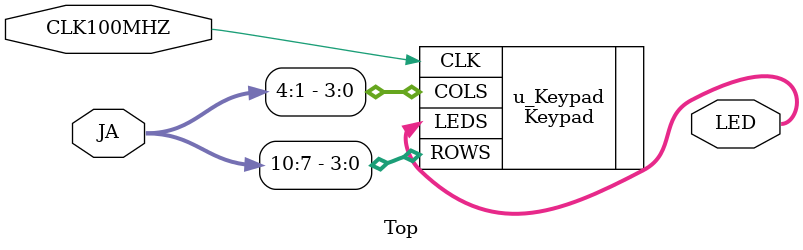
<source format=v>
module Top(
           input         CLK100MHZ,
           output [15:0] LED,
           inout [10:1]  JA
           );

   Keypad u_Keypad
     (.CLK(CLK100MHZ),
      .ROWS(JA[10:7]),
      .COLS(JA[4:1]),
      .LEDS(LED[15:0])
      );
   
endmodule

</source>
